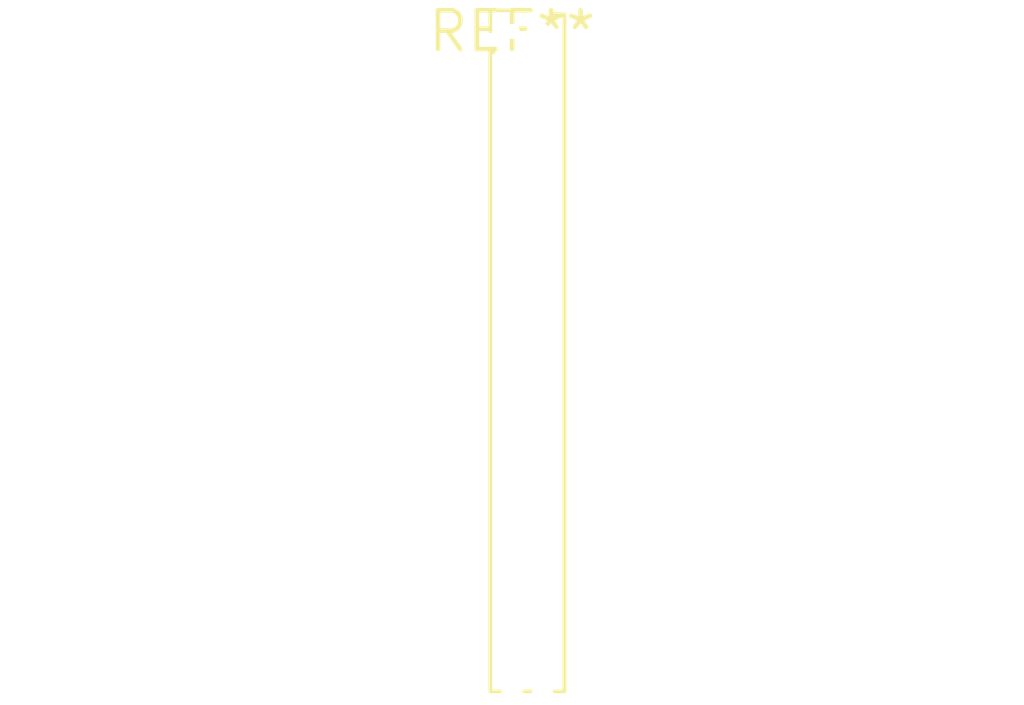
<source format=kicad_pcb>
(kicad_pcb (version 20240108) (generator pcbnew)
  (layers (0 "F.Cu" signal) (31 "B.Cu" signal) (34 "B.Paste" user) (35 "F.Paste" user) (36 "B.SilkS" user "B.Silkscreen") (37 "F.SilkS" user "F.Silkscreen") (38 "B.Mask" user) (39 "F.Mask" user) (44 "Edge.Cuts" user))
  (net 0 "")
  (footprint "PinHeader_2x22_P1.00mm_Vertical" (layer "F.Cu") (at 0 0)
    (property "Reference" "REF**")
    (property "Value" "PinHeader_2x22_P1.00mm_Vertical")
    (fp_line (start -0.71 -0.685) (end 0 -0.685) (layer "F.SilkS") (stroke (width 0.12)))
    (fp_line (start -0.71 0) (end -0.71 -0.685) (layer "F.SilkS") (stroke (width 0.12)))
    (fp_line (start -0.71 0.685) (end -0.71 21.56) (layer "F.SilkS") (stroke (width 0.12)))
    (fp_line (start -0.71 0.685) (end -0.608276 0.685) (layer "F.SilkS") (stroke (width 0.12)))
    (fp_line (start -0.71 21.56) (end -0.394493 21.56) (layer "F.SilkS") (stroke (width 0.12)))
    (fp_line (start 0.394493 21.56) (end 0.605507 21.56) (layer "F.SilkS") (stroke (width 0.12)))
    (fp_line (start 1.394493 -0.56) (end 1.71 -0.56) (layer "F.SilkS") (stroke (width 0.12)))
    (fp_line (start 1.394493 21.56) (end 1.71 21.56) (layer "F.SilkS") (stroke (width 0.12)))
    (fp_line (start 1.71 -0.56) (end 1.71 21.56) (layer "F.SilkS") (stroke (width 0.12)))
    (pad "1" thru_hole rect (at 0 0) (size 0.85 0.85) (drill 0.5) (layers *.Cu *.Mask) (remove_unused_layers))
    (pad "2" thru_hole oval (at 1 0) (size 0.85 0.85) (drill 0.5) (layers *.Cu *.Mask) (remove_unused_layers))
    (pad "3" thru_hole oval (at 0 1) (size 0.85 0.85) (drill 0.5) (layers *.Cu *.Mask) (remove_unused_layers))
    (pad "4" thru_hole oval (at 1 1) (size 0.85 0.85) (drill 0.5) (layers *.Cu *.Mask) (remove_unused_layers))
    (pad "5" thru_hole oval (at 0 2) (size 0.85 0.85) (drill 0.5) (layers *.Cu *.Mask) (remove_unused_layers))
    (pad "6" thru_hole oval (at 1 2) (size 0.85 0.85) (drill 0.5) (layers *.Cu *.Mask) (remove_unused_layers))
    (pad "7" thru_hole oval (at 0 3) (size 0.85 0.85) (drill 0.5) (layers *.Cu *.Mask) (remove_unused_layers))
    (pad "8" thru_hole oval (at 1 3) (size 0.85 0.85) (drill 0.5) (layers *.Cu *.Mask) (remove_unused_layers))
    (pad "9" thru_hole oval (at 0 4) (size 0.85 0.85) (drill 0.5) (layers *.Cu *.Mask) (remove_unused_layers))
    (pad "10" thru_hole oval (at 1 4) (size 0.85 0.85) (drill 0.5) (layers *.Cu *.Mask) (remove_unused_layers))
    (pad "11" thru_hole oval (at 0 5) (size 0.85 0.85) (drill 0.5) (layers *.Cu *.Mask) (remove_unused_layers))
    (pad "12" thru_hole oval (at 1 5) (size 0.85 0.85) (drill 0.5) (layers *.Cu *.Mask) (remove_unused_layers))
    (pad "13" thru_hole oval (at 0 6) (size 0.85 0.85) (drill 0.5) (layers *.Cu *.Mask) (remove_unused_layers))
    (pad "14" thru_hole oval (at 1 6) (size 0.85 0.85) (drill 0.5) (layers *.Cu *.Mask) (remove_unused_layers))
    (pad "15" thru_hole oval (at 0 7) (size 0.85 0.85) (drill 0.5) (layers *.Cu *.Mask) (remove_unused_layers))
    (pad "16" thru_hole oval (at 1 7) (size 0.85 0.85) (drill 0.5) (layers *.Cu *.Mask) (remove_unused_layers))
    (pad "17" thru_hole oval (at 0 8) (size 0.85 0.85) (drill 0.5) (layers *.Cu *.Mask) (remove_unused_layers))
    (pad "18" thru_hole oval (at 1 8) (size 0.85 0.85) (drill 0.5) (layers *.Cu *.Mask) (remove_unused_layers))
    (pad "19" thru_hole oval (at 0 9) (size 0.85 0.85) (drill 0.5) (layers *.Cu *.Mask) (remove_unused_layers))
    (pad "20" thru_hole oval (at 1 9) (size 0.85 0.85) (drill 0.5) (layers *.Cu *.Mask) (remove_unused_layers))
    (pad "21" thru_hole oval (at 0 10) (size 0.85 0.85) (drill 0.5) (layers *.Cu *.Mask) (remove_unused_layers))
    (pad "22" thru_hole oval (at 1 10) (size 0.85 0.85) (drill 0.5) (layers *.Cu *.Mask) (remove_unused_layers))
    (pad "23" thru_hole oval (at 0 11) (size 0.85 0.85) (drill 0.5) (layers *.Cu *.Mask) (remove_unused_layers))
    (pad "24" thru_hole oval (at 1 11) (size 0.85 0.85) (drill 0.5) (layers *.Cu *.Mask) (remove_unused_layers))
    (pad "25" thru_hole oval (at 0 12) (size 0.85 0.85) (drill 0.5) (layers *.Cu *.Mask) (remove_unused_layers))
    (pad "26" thru_hole oval (at 1 12) (size 0.85 0.85) (drill 0.5) (layers *.Cu *.Mask) (remove_unused_layers))
    (pad "27" thru_hole oval (at 0 13) (size 0.85 0.85) (drill 0.5) (layers *.Cu *.Mask) (remove_unused_layers))
    (pad "28" thru_hole oval (at 1 13) (size 0.85 0.85) (drill 0.5) (layers *.Cu *.Mask) (remove_unused_layers))
    (pad "29" thru_hole oval (at 0 14) (size 0.85 0.85) (drill 0.5) (layers *.Cu *.Mask) (remove_unused_layers))
    (pad "30" thru_hole oval (at 1 14) (size 0.85 0.85) (drill 0.5) (layers *.Cu *.Mask) (remove_unused_layers))
    (pad "31" thru_hole oval (at 0 15) (size 0.85 0.85) (drill 0.5) (layers *.Cu *.Mask) (remove_unused_layers))
    (pad "32" thru_hole oval (at 1 15) (size 0.85 0.85) (drill 0.5) (layers *.Cu *.Mask) (remove_unused_layers))
    (pad "33" thru_hole oval (at 0 16) (size 0.85 0.85) (drill 0.5) (layers *.Cu *.Mask) (remove_unused_layers))
    (pad "34" thru_hole oval (at 1 16) (size 0.85 0.85) (drill 0.5) (layers *.Cu *.Mask) (remove_unused_layers))
    (pad "35" thru_hole oval (at 0 17) (size 0.85 0.85) (drill 0.5) (layers *.Cu *.Mask) (remove_unused_layers))
    (pad "36" thru_hole oval (at 1 17) (size 0.85 0.85) (drill 0.5) (layers *.Cu *.Mask) (remove_unused_layers))
    (pad "37" thru_hole oval (at 0 18) (size 0.85 0.85) (drill 0.5) (layers *.Cu *.Mask) (remove_unused_layers))
    (pad "38" thru_hole oval (at 1 18) (size 0.85 0.85) (drill 0.5) (layers *.Cu *.Mask) (remove_unused_layers))
    (pad "39" thru_hole oval (at 0 19) (size 0.85 0.85) (drill 0.5) (layers *.Cu *.Mask) (remove_unused_layers))
    (pad "40" thru_hole oval (at 1 19) (size 0.85 0.85) (drill 0.5) (layers *.Cu *.Mask) (remove_unused_layers))
    (pad "41" thru_hole oval (at 0 20) (size 0.85 0.85) (drill 0.5) (layers *.Cu *.Mask) (remove_unused_layers))
    (pad "42" thru_hole oval (at 1 20) (size 0.85 0.85) (drill 0.5) (layers *.Cu *.Mask) (remove_unused_layers))
    (pad "43" thru_hole oval (at 0 21) (size 0.85 0.85) (drill 0.5) (layers *.Cu *.Mask) (remove_unused_layers))
    (pad "44" thru_hole oval (at 1 21) (size 0.85 0.85) (drill 0.5) (layers *.Cu *.Mask) (remove_unused_layers))
  )
)
</source>
